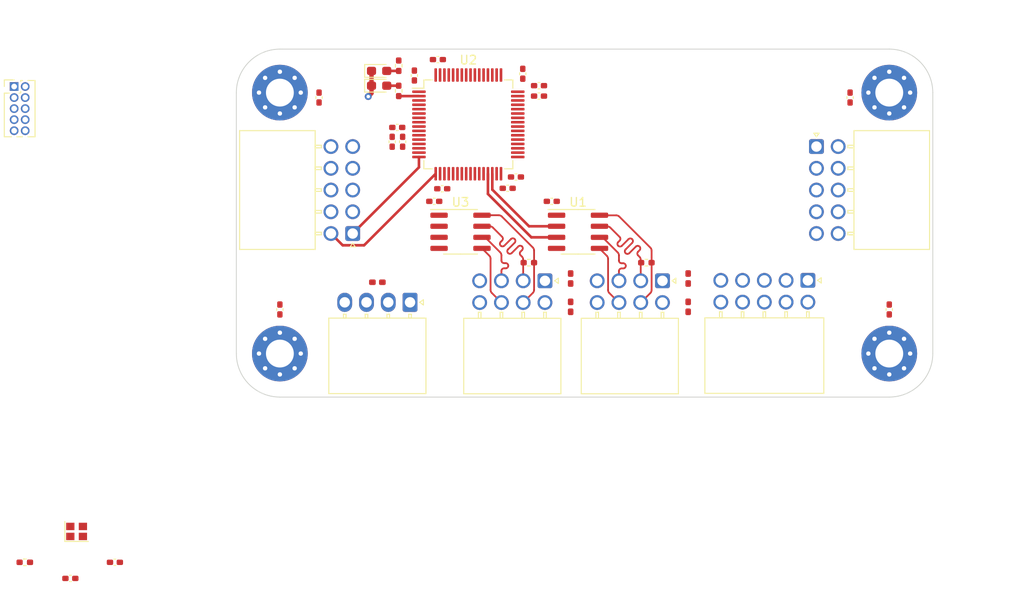
<source format=kicad_pcb>
(kicad_pcb (version 20211014) (generator pcbnew)
  (layers (0 "F.Cu" signal) (31 "B.Cu" signal) (34 "B.Paste" user) (35 "F.Paste" user) (36 "B.SilkS" user "B.Silkscreen") (37 "F.SilkS" user "F.Silkscreen") (38 "B.Mask" user) (39 "F.Mask" user) (44 "Edge.Cuts" user))
  (net 0 "")
  (net 1 "GND")
  (net 2 "Net-(C1-Pad2)")
  (net 3 "Net-(C2-Pad2)")
  (net 4 "3v3")
  (net 5 "/NRST")
  (net 6 "Net-(C13-Pad2)")
  (net 7 "Net-(C14-Pad2)")
  (net 8 "Net-(C16-Pad2)")
  (net 9 "Net-(C17-Pad2)")
  (net 10 "Net-(C18-Pad1)")
  (net 11 "Net-(C19-Pad1)")
  (net 12 "Net-(D1-Pad2)")
  (net 13 "Net-(D2-Pad2)")
  (net 14 "/SWDIO")
  (net 15 "/SWDCLK")
  (net 16 "/SWO")
  (net 19 "/GC_RX-")
  (net 20 "/GC_RX+")
  (net 21 "/GC_TX-")
  (net 22 "/GC_TX+")
  (net 23 "/USART2_TX")
  (net 24 "/USART2_RX")
  (net 25 "/GPS_~{RESET}")
  (net 26 "/RADIO_~{INT}")
  (net 27 "/RADIO_~{CS}")
  (net 28 "/RADIO_SDN")
  (net 29 "/SPI2_MISO")
  (net 30 "/SPI2_SCLK")
  (net 31 "/SPI2_MOSI")
  (net 32 "/PYRO1_ARM")
  (net 33 "/PYRO1_EN")
  (net 34 "/PYRO2_ARM")
  (net 35 "/PYRO2_EN")
  (net 36 "/PYRO3_ARM")
  (net 37 "/PYRO3_EN")
  (net 38 "/PYRO4_ARM")
  (net 39 "/PYRO4_EN")
  (net 40 "/I2C3_SCL")
  (net 41 "/I2C3_SDA")
  (net 42 "/BARO_~{CS}")
  (net 43 "/IMU_INT")
  (net 44 "/IMU_~{CS}")
  (net 45 "/IMU_SDN")
  (net 46 "/SPI1_MISO")
  (net 47 "/SPI1_SCLK")
  (net 48 "/SPI1_MOSI")
  (net 49 "/BB_RX-")
  (net 50 "/BB_RX+")
  (net 51 "/BB_TX-")
  (net 52 "/BB_TX+")
  (net 53 "Net-(R1-Pad2)")
  (net 54 "/LED")
  (net 55 "/USART3_TX")
  (net 56 "/USART3_RX")
  (net 75 "/UART4_RX")
  (net 76 "/UART4_TX")
  (footprint "Strix:Molex_Nano-Fit_105314-1108" (layer "F.Cu") (at 163.8 59.635 -90)
    (fp_text reference "J7" hide)
    (fp_text value "BLACKBOX")
    (pad "" np_thru_hole circle (at 9.68 0 270) (size 1.7 1.7) (drill 1.7) (layers *.Cu *.Mask))
    (pad "" np_thru_hole circle (at 9.68 7.5 270) (size 1.7 1.7) (drill 1.7) (layers *.Cu *.Mask))
    (pad "1" thru_hole roundrect (at 0 0 270) (size 1.7 1.7) (drill 1.2) (layers *.Cu *.Mask) (roundrect_rratio 0.147059) (net 4 "3v3"))
    (pad "2" thru_hole circle (at 2.5 0 270) (size 1.7 1.7) (drill 1.2) (layers *.Cu *.Mask) (net 4 "3v3"))
    (pad "3" thru_hole circle (at 0 2.5 270) (size 1.7 1.7) (drill 1.2) (layers *.Cu *.Mask) (net 49 "/BB_RX-"))
    (pad "4" thru_hole circle (at 2.5 2.5 270) (size 1.7 1.7) (drill 1.2) (layers *.Cu *.Mask) (net 50 "/BB_RX+"))
    (pad "5" thru_hole circle (at 0 5 270) (size 1.7 1.7) (drill 1.2) (layers *.Cu *.Mask) (net 51 "/BB_TX-"))
    (pad "6" thru_hole circle (at 2.5 5 270) (size 1.7 1.7) (drill 1.2) (layers *.Cu *.Mask) (net 52 "/BB_TX+"))
    (pad "7" thru_hole circle (at 0 7.5 270) (size 1.7 1.7) (drill 1.2) (layers *.Cu *.Mask) (net 1 "GND"))
    (pad "8" thru_hole circle (at 2.5 7.5 270) (size 1.7 1.7) (drill 1.2) (layers *.Cu *.Mask) (net 1 "GND"))
  )
  (footprint "Strix:R_0402" (layer "F.Cu") (at 161.95 57.55 180)
    (fp_text reference "R2" hide)
    (fp_text value "120")
    (pad "1" smd roundrect (at -0.5975 0 180) (size 0.715 0.64) (layers "F.Cu" "F.Paste" "F.Mask") (net 50 "/BB_RX+"))
    (pad "2" smd roundrect (at 0.5975 0 180) (size 0.715 0.64) (layers "F.Cu" "F.Paste" "F.Mask") (net 49 "/BB_RX-"))
  )
  (footprint "Strix:C_0402" (layer "F.Cu") (at 138 34.2 180)
    (fp_text reference "C8" hide)
    (fp_text value "100n")
    (pad "1" smd roundrect (at -0.5675 0 180) (size 0.735 0.62) (layers "F.Cu" "F.Paste" "F.Mask") (net 1 "GND"))
    (pad "2" smd roundrect (at 0.5675 0 180) (size 0.735 0.62) (layers "F.Cu" "F.Paste" "F.Mask") (net 4 "3v3"))
  )
  (footprint "Strix:D_0402" (layer "F.Cu") (at 166.75 59.3725 90)
    (fp_text reference "D6" hide)
    (fp_text value "D_ESD")
    (pad "1" smd roundrect (at -0.5725 0 90) (size 0.765 0.64) (layers "F.Cu" "F.Paste" "F.Mask") (net 1 "GND"))
    (pad "2" smd roundrect (at 0.5725 0 90) (size 0.765 0.64) (layers "F.Cu" "F.Paste" "F.Mask") (net 4 "3v3"))
  )
  (footprint "Strix:C_0402" (layer "F.Cu") (at 146.0175 49 180)
    (fp_text reference "C13" hide)
    (fp_text value "2u2")
    (pad "1" smd roundrect (at -0.5675 0 180) (size 0.735 0.62) (layers "F.Cu" "F.Paste" "F.Mask") (net 1 "GND"))
    (pad "2" smd roundrect (at 0.5675 0 180) (size 0.735 0.62) (layers "F.Cu" "F.Paste" "F.Mask") (net 6 "Net-(C13-Pad2)"))
  )
  (footprint "Strix:C_0402" (layer "F.Cu") (at 189.85 62.9325 90)
    (fp_text reference "C19" hide)
    (fp_text value "100n")
    (pad "1" smd roundrect (at -0.5675 0 90) (size 0.735 0.62) (layers "F.Cu" "F.Paste" "F.Mask") (net 11 "Net-(C19-Pad1)"))
    (pad "2" smd roundrect (at 0.5675 0 90) (size 0.735 0.62) (layers "F.Cu" "F.Paste" "F.Mask") (net 1 "GND"))
  )
  (footprint "Strix:C_0402" (layer "F.Cu") (at 149.6175 37.2 180)
    (fp_text reference "C9" hide)
    (fp_text value "4u7")
    (pad "1" smd roundrect (at -0.5675 0 180) (size 0.735 0.62) (layers "F.Cu" "F.Paste" "F.Mask") (net 1 "GND"))
    (pad "2" smd roundrect (at 0.5675 0 180) (size 0.735 0.62) (layers "F.Cu" "F.Paste" "F.Mask") (net 4 "3v3"))
  )
  (footprint "Strix:R_0402" (layer "F.Cu") (at 133.5 37.8025 -90)
    (fp_text reference "R4" hide)
    (fp_text value "100")
    (pad "1" smd roundrect (at -0.5975 0 270) (size 0.715 0.64) (layers "F.Cu" "F.Paste" "F.Mask") (net 12 "Net-(D1-Pad2)"))
    (pad "2" smd roundrect (at 0.5975 0 270) (size 0.715 0.64) (layers "F.Cu" "F.Paste" "F.Mask") (net 54 "/LED"))
  )
  (footprint "Strix:C_0402" (layer "F.Cu") (at 132.75 43.65 90)
    (fp_text reference "C11" hide)
    (fp_text value "1u")
    (pad "1" smd roundrect (at -0.5675 0 90) (size 0.735 0.62) (layers "F.Cu" "F.Paste" "F.Mask") (net 1 "GND"))
    (pad "2" smd roundrect (at 0.5675 0 90) (size 0.735 0.62) (layers "F.Cu" "F.Paste" "F.Mask") (net 4 "3v3"))
  )
  (footprint "Strix:C_0402" (layer "F.Cu") (at 137.5825 50.5)
    (fp_text reference "C3" hide)
    (fp_text value "0.1u")
    (pad "1" smd roundrect (at -0.5675 0) (size 0.735 0.62) (layers "F.Cu" "F.Paste" "F.Mask") (net 1 "GND"))
    (pad "2" smd roundrect (at 0.5675 0) (size 0.735 0.62) (layers "F.Cu" "F.Paste" "F.Mask") (net 4 "3v3"))
  )
  (footprint "Strix:R_0402" (layer "F.Cu") (at 90.55 92)
    (fp_text reference "R1" hide)
    (fp_text value "100")
    (pad "1" smd roundrect (at -0.5975 0) (size 0.715 0.64) (layers "F.Cu" "F.Paste" "F.Mask") (net 3 "Net-(C2-Pad2)"))
    (pad "2" smd roundrect (at 0.5975 0) (size 0.715 0.64) (layers "F.Cu" "F.Paste" "F.Mask") (net 53 "Net-(R1-Pad2)"))
  )
  (footprint "Strix:MAX14787E" (layer "F.Cu") (at 154.1 54)
    (fp_text reference "U1" (at 0 -3.4) (layer "F.SilkS"))
    (fp_text value "MAX14787E")
    (pad "1" smd roundrect locked (at -2.465 -1.905) (size 2 0.6) (layers "F.Cu" "F.Paste" "F.Mask") (net 4 "3v3"))
    (pad "2" smd roundrect locked (at -2.465 -0.635) (size 2 0.6) (layers "F.Cu" "F.Paste" "F.Mask") (net 56 "/USART3_RX"))
    (pad "3" smd roundrect locked (at -2.465 0.635) (size 2 0.6) (layers "F.Cu" "F.Paste" "F.Mask") (net 55 "/USART3_TX"))
    (pad "4" smd roundrect locked (at -2.465 1.905) (size 2 0.6) (layers "F.Cu" "F.Paste" "F.Mask") (net 1 "GND"))
    (pad "5" smd roundrect locked (at 2.465 1.905) (size 2 0.6) (layers "F.Cu" "F.Paste" "F.Mask") (net 52 "/BB_TX+"))
    (pad "6" smd roundrect locked (at 2.465 0.635) (size 2 0.6) (layers "F.Cu" "F.Paste" "F.Mask") (net 51 "/BB_TX-"))
    (pad "7" smd roundrect locked (at 2.465 -0.635) (size 2 0.6) (layers "F.Cu" "F.Paste" "F.Mask") (net 49 "/BB_RX-"))
    (pad "8" smd roundrect locked (at 2.465 -1.905) (size 2 0.6) (layers "F.Cu" "F.Paste" "F.Mask") (net 50 "/BB_RX+"))
  )
  (footprint "Strix:C_0402" (layer "F.Cu") (at 147.75 35.8325 -90)
    (fp_text reference "C7" hide)
    (fp_text value "100n")
    (pad "1" smd roundrect (at -0.5675 0 270) (size 0.735 0.62) (layers "F.Cu" "F.Paste" "F.Mask") (net 1 "GND"))
    (pad "2" smd roundrect (at 0.5675 0 270) (size 0.735 0.62) (layers "F.Cu" "F.Paste" "F.Mask") (net 4 "3v3"))
  )
  (footprint "Strix:LED_0603" (layer "F.Cu") (at 131.25 35.505)
    (fp_text reference "D2" hide)
    (fp_text value "RED")
    (pad "1" smd roundrect (at -0.875 0) (size 1.05 0.95) (layers "F.Cu" "F.Paste" "F.Mask") (net 1 "GND"))
    (pad "2" smd roundrect (at 0.875 0) (size 1.05 0.95) (layers "F.Cu" "F.Paste" "F.Mask") (net 13 "Net-(D2-Pad2)"))
  )
  (footprint "Strix:D_0402" (layer "F.Cu") (at 166.75 62.6275 -90)
    (fp_text reference "D7" hide)
    (fp_text value "D_ESD")
    (pad "1" smd roundrect (at -0.5725 0 270) (size 0.765 0.64) (layers "F.Cu" "F.Paste" "F.Mask") (net 1 "GND"))
    (pad "2" smd roundrect (at 0.5725 0 270) (size 0.765 0.64) (layers "F.Cu" "F.Paste" "F.Mask") (net 4 "3v3"))
  )
  (footprint "Strix:LED_0603" (layer "F.Cu") (at 131.25 37.205)
    (fp_text reference "D1" hide)
    (fp_text value "YLW")
    (pad "1" smd roundrect (at -0.875 0) (size 1.05 0.95) (layers "F.Cu" "F.Paste" "F.Mask") (net 1 "GND"))
    (pad "2" smd roundrect (at 0.875 0) (size 1.05 0.95) (layers "F.Cu" "F.Paste" "F.Mask") (net 12 "Net-(D1-Pad2)"))
  )
  (footprint "Strix:Molex_Nano-Fit_105314-1110" (layer "F.Cu") (at 181.485 44.2)
    (fp_text reference "J6" hide)
    (fp_text value "DATALOGGER")
    (pad "" np_thru_hole circle (at 9.68 10) (size 1.7 1.7) (drill 1.7) (layers *.Cu *.Mask))
    (pad "" np_thru_hole circle (at 9.68 0) (size 1.7 1.7) (drill 1.7) (layers *.Cu *.Mask))
    (pad "1" thru_hole roundrect (at 0 0) (size 1.7 1.7) (drill 1.2) (layers *.Cu *.Mask) (roundrect_rratio 0.147059) (net 40 "/I2C3_SCL"))
    (pad "2" thru_hole circle (at 2.5 0) (size 1.7 1.7) (drill 1.2) (layers *.Cu *.Mask) (net 41 "/I2C3_SDA"))
    (pad "3" thru_hole circle (at 0 2.5) (size 1.7 1.7) (drill 1.2) (layers *.Cu *.Mask) (net 42 "/BARO_~{CS}"))
    (pad "4" thru_hole circle (at 2.5 2.5) (size 1.7 1.7) (drill 1.2) (layers *.Cu *.Mask) (net 43 "/IMU_INT"))
    (pad "5" thru_hole circle (at 0 5) (size 1.7 1.7) (drill 1.2) (layers *.Cu *.Mask) (net 44 "/IMU_~{CS}"))
    (pad "6" thru_hole circle (at 2.5 5) (size 1.7 1.7) (drill 1.2) (layers *.Cu *.Mask) (net 45 "/IMU_SDN"))
    (pad "7" thru_hole circle (at 0 7.5) (size 1.7 1.7) (drill 1.2) (layers *.Cu *.Mask) (net 46 "/SPI1_MISO"))
    (pad "8" thru_hole circle (at 2.5 7.5) (size 1.7 1.7) (drill 1.2) (layers *.Cu *.Mask) (net 47 "/SPI1_SCLK"))
    (pad "9" thru_hole circle (at 0 10) (size 1.7 1.7) (drill 1.2) (layers *.Cu *.Mask) (net 1 "GND"))
    (pad "10" thru_hole circle (at 2.5 10) (size 1.7 1.7) (drill 1.2) (layers *.Cu *.Mask) (net 48 "/SPI1_MOSI"))
  )
  (footprint "Strix:D_0402" (layer "F.Cu") (at 153.25 62.6275 -90)
    (fp_text reference "D5" hide)
    (fp_text value "D_ESD")
    (pad "1" smd roundrect (at -0.5725 0 270) (size 0.765 0.64) (layers "F.Cu" "F.Paste" "F.Mask") (net 1 "GND"))
    (pad "2" smd roundrect (at 0.5725 0 270) (size 0.765 0.64) (layers "F.Cu" "F.Paste" "F.Mask") (net 4 "3v3"))
  )
  (footprint "Strix:C_0402" (layer "F.Cu") (at 124.35 38.5675 90)
    (fp_text reference "C16" hide)
    (fp_text value "100n")
    (pad "1" smd roundrect (at -0.5675 0 90) (size 0.735 0.62) (layers "F.Cu" "F.Paste" "F.Mask") (net 1 "GND"))
    (pad "2" smd roundrect (at 0.5675 0 90) (size 0.735 0.62) (layers "F.Cu" "F.Paste" "F.Mask") (net 8 "Net-(C16-Pad2)"))
  )
  (footprint "Strix:C_0402" (layer "F.Cu") (at 146.9675 47.7 180)
    (fp_text reference "C6" hide)
    (fp_text value "100n")
    (pad "1" smd roundrect (at -0.5675 0 180) (size 0.735 0.62) (layers "F.Cu" "F.Paste" "F.Mask") (net 1 "GND"))
    (pad "2" smd roundrect (at 0.5675 0 180) (size 0.735 0.62) (layers "F.Cu" "F.Paste" "F.Mask") (net 4 "3v3"))
  )
  (footprint "Strix:R_0402" (layer "F.Cu") (at 148.45 57.55 180)
    (fp_text reference "R3" hide)
    (fp_text value "120")
    (pad "1" smd roundrect (at -0.5975 0 180) (size 0.715 0.64) (layers "F.Cu" "F.Paste" "F.Mask") (net 20 "/GC_RX+"))
    (pad "2" smd roundrect (at 0.5975 0 180) (size 0.715 0.64) (layers "F.Cu" "F.Paste" "F.Mask") (net 19 "/GC_RX-"))
  )
  (footprint "Strix:C_0402" (layer "F.Cu") (at 135.3 36.0325 -90)
    (fp_text reference "C4" hide)
    (fp_text value "100n")
    (pad "1" smd roundrect (at -0.5675 0 270) (size 0.735 0.62) (layers "F.Cu" "F.Paste" "F.Mask") (net 1 "GND"))
    (pad "2" smd roundrect (at 0.5675 0 270) (size 0.735 0.62) (layers "F.Cu" "F.Paste" "F.Mask") (net 4 "3v3"))
  )
  (footprint "Strix:D_0402" (layer "F.Cu") (at 131.05 59.8)
    (fp_text reference "D4" hide)
    (fp_text value "D_ESD")
    (pad "1" smd roundrect (at -0.5725 0) (size 0.765 0.64) (layers "F.Cu" "F.Paste" "F.Mask") (net 1 "GND"))
    (pad "2" smd roundrect (at 0.5725 0) (size 0.765 0.64) (layers "F.Cu" "F.Paste" "F.Mask") (net 4 "3v3"))
  )
  (footprint "Strix:R_0402" (layer "F.Cu") (at 133.5 34.9075 90)
    (fp_text reference "R5" hide)
    (fp_text value "100")
    (pad "1" smd roundrect (at -0.5975 0 90) (size 0.715 0.64) (layers "F.Cu" "F.Paste" "F.Mask") (net 13 "Net-(D2-Pad2)"))
    (pad "2" smd roundrect (at 0.5975 0 90) (size 0.715 0.64) (layers "F.Cu" "F.Paste" "F.Mask") (net 4 "3v3"))
  )
  (footprint "Strix:C_0402" (layer "F.Cu") (at 133.3325 42)
    (fp_text reference "C10" hide)
    (fp_text value "100n")
    (pad "1" smd roundrect (at -0.5675 0) (size 0.735 0.62) (layers "F.Cu" "F.Paste" "F.Mask") (net 1 "GND"))
    (pad "2" smd roundrect (at 0.5675 0) (size 0.735 0.62) (layers "F.Cu" "F.Paste" "F.Mask") (net 5 "/NRST"))
  )
  (footprint "Strix:C_0402" (layer "F.Cu") (at 133.95 43.65 90)
    (fp_text reference "C12" hide)
    (fp_text value "100n")
    (pad "1" smd roundrect (at -0.5675 0 90) (size 0.735 0.62) (layers "F.Cu" "F.Paste" "F.Mask") (net 1 "GND"))
    (pad "2" smd roundrect (at 0.5675 0 90) (size 0.735 0.62) (layers "F.Cu" "F.Paste" "F.Mask") (net 4 "3v3"))
  )
  (footprint "Strix:MountingHole_Pad" (layer "F.Cu") (at 119.85 68)
    (fp_text reference "H2" hide)
    (fp_text value "MountingHole_Pad" hide)
    (pad "1" thru_hole circle (at 0 -2.4) (size 0.8 0.8) (drill 0.5) (layers *.Cu *.Mask) (net 9 "Net-(C17-Pad2)"))
    (pad "1" thru_hole circle (at 2.4 0) (size 0.8 0.8) (drill 0.5) (layers *.Cu *.Mask) (net 9 "Net-(C17-Pad2)"))
    (pad "1" thru_hole circle (at -1.697056 1.697056) (size 0.8 0.8) (drill 0.5) (layers *.Cu *.Mask) (net 9 "Net-(C17-Pad2)"))
    (pad "1" thru_hole circle (at 1.697056 1.697056) (size 0.8 0.8) (drill 0.5) (layers *.Cu *.Mask) (net 9 "Net-(C17-Pad2)"))
    (pad "1" thru_hole circle (at 1.697056 -1.697056) (size 0.8 0.8) (drill 0.5) (layers *.Cu *.Mask) (net 9 "Net-(C17-Pad2)"))
    (pad "1" thru_hole circle (at 0 0) (size 6.4 6.4) (drill 3.2) (layers *.Cu *.Mask) (net 9 "Net-(C17-Pad2)"))
    (pad "1" thru_hole circle (at 0 2.4) (size 0.8 0.8) (drill 0.5) (layers *.Cu *.Mask) (net 9 "Net-(C17-Pad2)"))
    (pad "1" thru_hole circle (at -1.697056 -1.697056) (size 0.8 0.8) (drill 0.5) (layers *.Cu *.Mask) (net 9 "Net-(C17-Pad2)"))
    (pad "1" thru_hole circle (at -2.4 0) (size 0.8 0.8) (drill 0.5) (layers *.Cu *.Mask) (net 9 "Net-(C17-Pad2)"))
  )
  (footprint "Strix:MountingHole_Pad" (layer "F.Cu") (at 189.85 38)
    (fp_text reference "H4" hide)
    (fp_text value "MountingHole_Pad" hide)
    (pad "1" thru_hole circle (at 0 -2.4) (size 0.8 0.8) (drill 0.5) (layers *.Cu *.Mask) (net 10 "Net-(C18-Pad1)"))
    (pad "1" thru_hole circle (at 0 2.4) (size 0.8 0.8) (drill 0.5) (layers *.Cu *.Mask) (net 10 "Net-(C18-Pad1)"))
    (pad "1" thru_hole circle (at 1.697056 -1.697056) (size 0.8 0.8) (drill 0.5) (layers *.Cu *.Mask) (net 10 "Net-(C18-Pad1)"))
    (pad "1" thru_hole circle (at -1.697056 -1.697056) (size 0.8 0.8) (drill 0.5) (layers *.Cu *.Mask) (net 10 "Net-(C18-Pad1)"))
    (pad "1" thru_hole circle (at 0 0) (size 6.4 6.4) (drill 3.2) (layers *.Cu *.Mask) (net 10 "Net-(C18-Pad1)"))
    (pad "1" thru_hole circle (at 1.697056 1.697056) (size 0.8 0.8) (drill 0.5) (layers *.Cu *.Mask) (net 10 "Net-(C18-Pad1)"))
    (pad "1" thru_hole circle (at -1.697056 1.697056) (size 0.8 0.8) (drill 0.5) (layers *.Cu *.Mask) (net 10 "Net-(C18-Pad1)"))
    (pad "1" thru_hole circle (at 2.4 0) (size 0.8 0.8) (drill 0.5) (layers *.Cu *.Mask) (net 10 "Net-(C18-Pad1)"))
    (pad "1" thru_hole circle (at -2.4 0) (size 0.8 0.8) (drill 0.5) (layers *.Cu *.Mask) (net 10 "Net-(C18-Pad1)"))
  )
  (footprint "Strix:C_0402" (layer "F.Cu") (at 119.849999 62.9325 -90)
    (fp_text reference "C17" hide)
    (fp_text value "100n")
    (pad "1" smd roundrect (at -0.5675 0 270) (size 0.735 0.62) (layers "F.Cu" "F.Paste" "F.Mask") (net 1 "GND"))
    (pad "2" smd roundrect (at 0.5675 0 270) (size 0.735 0.62) (layers "F.Cu" "F.Paste" "F.Mask") (net 9 "Net-(C17-Pad2)"))
  )
  (footprint "Strix:C_0402" (layer "F.Cu") (at 100.9 92)
    (fp_text reference "C2" hide)
    (fp_text value "10p")
    (pad "1" smd roundrect (at -0.5675 0) (size 0.735 0.62) (layers "F.Cu" "F.Paste" "F.Mask") (net 1 "GND"))
    (pad "2" smd roundrect (at 0.5675 0) (size 0.735 0.62) (layers "F.Cu" "F.Paste" "F.Mask") (net 3 "Net-(C2-Pad2)"))
  )
  (footprint "Strix:Header_SWD" (layer "F.Cu") (at 89.325 37.3)
    (fp_text reference "J1" hide)
    (fp_text value "SWD")
    (pad "1" thru_hole rect (at 0 0) (size 1 1) (drill 0.65) (layers *.Cu *.Mask) (net 4 "3v3"))
    (pad "2" thru_hole oval (at 1.27 0) (size 1 1) (drill 0.65) (layers *.Cu *.Mask) (net 14 "/SWDIO"))
    (pad "3" thru_hole oval (at 0 1.27) (size 1 1) (drill 0.65) (layers *.Cu *.Mask) (net 1 "GND"))
    (pad "4" thru_hole oval (at 1.27 1.27) (size 1 1) (drill 0.65) (layers *.Cu *.Mask) (net 15 "/SWDCLK"))
    (pad "5" thru_hole oval (at 0 2.54) (size 1 1) (drill 0.65) (layers *.Cu *.Mask) (net 1 "GND"))
    (pad "6" thru_hole oval (at 1.27 2.54) (size 1 1) (drill 0.65) (layers *.Cu *.Mask) (net 16 "/SWO"))
    (pad "7" thru_hole oval (at 0 3.81) (size 1 1) (drill 0.65) (layers *.Cu *.Mask))
    (pad "8" thru_hole oval (at 1.27 3.81) (size 1 1) (drill 0.65) (layers *.Cu *.Mask))
    (pad "9" thru_hole oval (at 0 5.08) (size 1 1) (drill 0.65) (layers *.Cu *.Mask) (net 1 "GND"))
    (pad "10" thru_hole oval (at 1.27 5.08) (size 1 1) (drill 0.65) (layers *.Cu *.Mask) (net 5 "/NRST"))
  )
  (footprint "Strix:Xtal_SMD_2016" (layer "F.Cu") (at 96.5 88.45)
    (fp_text reference "Y1" hide)
    (fp_text value "26M")
    (pad "1" smd rect (at -0.725 0.575) (size 0.95 0.85) (layers "F.Cu" "F.Paste" "F.Mask") (net 2 "Net-(C1-Pad2)"))
    (pad "2" smd rect (at 0.725 0.575) (size 0.95 0.85) (layers "F.Cu" "F.Paste" "F.Mask") (net 1 "GND"))
    (pad "3" smd rect (at 0.725 -0.575) (size 0.95 0.85) (layers "F.Cu" "F.Paste" "F.Mask") (net 3 "Net-(C2-Pad2)"))
    (pad "4" smd rect (at -0.725 -0.575) (size 0.95 0.85) (layers "F.Cu" "F.Paste" "F.Mask") (net 1 "GND"))
  )
  (footprint "Strix:Molex_Nano-Fit_105314-1110" (layer "F.Cu") (at 128.214999 54.2 180)
    (fp_text reference "J4" hide)
    (fp_text value "RADIO")
    (pad "" np_thru_hole circle (at 9.68 10 180) (size 1.7 1.7) (drill 1.7) (layers *.Cu *.Mask))
    (pad "" np_thru_hole circle (at 9.68 0 180) (size 1.7 1.7) (drill 1.7) (layers *.Cu *.Mask))
    (pad "1" thru_hole roundrect (at 0 0 180) (size 1.7 1.7) (drill 1.2) (layers *.Cu *.Mask) (roundrect_rratio 0.147059) (net 23 "/USART2_TX"))
    (pad "2" thru_hole circle (at 2.5 0 180) (size 1.7 1.7) (drill 1.2) (layers *.Cu *.Mask) (net 24 "/USART2_RX"))
    (pad "3" thru_hole circle (at 0 2.5 180) (size 1.7 1.7) (drill 1.2) (layers *.Cu *.Mask) (net 25 "/GPS_~{RESET}"))
    (pad "4" thru_hole circle (at 2.5 2.5 180) (size 1.7 1.7) (drill 1.2) (layers *.Cu *.Mask) (net 26 "/RADIO_~{INT}"))
    (pad "5" thru_hole circle (at 0 5 180) (size 1.7 1.7) (drill 1.2) (layers *.Cu *.Mask) (net 27 "/RADIO_~{CS}"))
    (pad "6" thru_hole circle (at 2.5 5 180) (size 1.7 1.7) (drill 1.2) (layers *.Cu *.Mask) (net 28 "/RADIO_SDN"))
    (pad "7" thru_hole circle (at 0 7.5 180) (size 1.7 1.7) (drill 1.2) (layers *.Cu *.Mask) (net 29 "/SPI2_MISO"))
    (pad "8" thru_hole circle (at 2.5 7.5 180) (size 1.7 1.7) (drill 1.2) (layers *.Cu *.Mask) (net 30 "/SPI2_SCLK"))
    (pad "9" thru_hole circle (at 0 10 180) (size 1.7 1.7) (drill 1.2) (layers *.Cu *.Mask) (net 1 "GND"))
    (pad "10" thru_hole circle (at 2.5 10 180) (size 1.7 1.7) (drill 1.2) (layers *.Cu *.Mask) (net 31 "/SPI2_MOSI"))
  )
  (footprint "Strix:MountingHole_Pad" (layer "F.Cu") (at 189.85 68)
    (fp_text reference "H3" hide)
    (fp_text value "MountingHole_Pad" hide)
    (pad "1" thru_hole circle (at -1.697056 -1.697056) (size 0.8 0.8) (drill 0.5) (layers *.Cu *.Mask) (net 11 "Net-(C19-Pad1)"))
    (pad "1" thru_hole circle (at -2.4 0) (size 0.8 0.8) (drill 0.5) (layers *.Cu *.Mask) (net 11 "Net-(C19-Pad1)"))
    (pad "1" thru_hole circle (at 0 0) (size 6.4 6.4) (drill 3.2) (layers *.Cu *.Mask) (net 11 "Net-(C19-Pad1)"))
    (pad "1" thru_hole circle (at 1.697056 1.697056) (size 0.8 0.8) (drill 0.5) (layers *.Cu *.Mask) (net 11 "Net-(C19-Pad1)"))
    (pad "1" thru_hole circle (at -1.697056 1.697056) (size 0.8 0.8) (drill 0.5) (layers *.Cu *.Mask) (net 11 "Net-(C19-Pad1)"))
    (pad "1" thru_hole circle (at 0 -2.4) (size 0.8 0.8) (drill 0.5) (layers *.Cu *.Mask) (net 11 "Net-(C19-Pad1)"))
    (pad "1" thru_hole circle (at 0 2.4) (size 0.8 0.8) (drill 0.5) (layers *.Cu *.Mask) (net 11 "Net-(C19-Pad1)"))
    (pad "1" thru_hole circle (at 2.4 0) (size 0.8 0.8) (drill 0.5) (layers *.Cu *.Mask) (net 11 "Net-(C19-Pad1)"))
    (pad "1" thru_hole circle (at 1.697056 -1.697056) (size 0.8 0.8) (drill 0.5) (layers *.Cu *.Mask) (net 11 "Net-(C19-Pad1)"))
  )
  (footprint "Strix:C_0402" (layer "F.Cu") (at 185.35 38.5675 -90)
    (fp_text reference "C18" hide)
    (fp_text value "100n")
    (pad "1" smd roundrect (at -0.5675 0 270) (size 0.735 0.62) (layers "F.Cu" "F.Paste" "F.Mask") (net 10 "Net-(C18-Pad1)"))
    (pad "2" smd roundrect (at 0.5675 0 270) (size 0.735 0.62) (layers "F.Cu" "F.Paste" "F.Mask") (net 1 "GND"))
  )
  (footprint "Strix:C_0402" (layer "F.Cu") (at 95.7825 93.85)
    (fp_text reference "C1" hide)
    (fp_text value "10p")
    (pad "1" smd roundrect (at -0.5675 0) (size 0.735 0.62) (layers "F.Cu" "F.Paste" "F.Mask") (net 1 "GND"))
    (pad "2" smd roundrect (at 0.5675 0) (size 0.735 0.62) (layers "F.Cu" "F.Paste" "F.Mask") (net 2 "Net-(C1-Pad2)"))
  )
  (footprint "Strix:MAX14787E" (layer "F.Cu") (at 140.6 54)
    (fp_text reference "U3" (at 0 -3.4) (layer "F.SilkS"))
    (fp_text value "MAX14787E")
    (pad "1" smd roundrect locked (at -2.465 -1.905) (size 2 0.6) (layers "F.Cu" "F.Paste" "F.Mask") (net 4 "3v3"))
    (pad "2" smd roundrect locked (at -2.465 -0.635) (size 2 0.6) (layers "F.Cu" "F.Paste" "F.Mask") (net 75 "/UART4_RX"))
    (pad "3" smd roundrect locked (at -2.465 0.635) (size 2 0.6) (layers "F.Cu" "F.Paste" "F.Mask") (net 76 "/UART4_TX"))
    (pad "4" smd roundrect locked (at -2.465 1.905) (size 2 0.6) (layers "F.Cu" "F.Paste" "F.Mask") (net 1 "GND"))
    (pad "5" smd roundrect locked (at 2.465 1.905) (size 2 0.6) (layers "F.Cu" "F.Paste" "F.Mask") (net 22 "/GC_TX+"))
    (pad "6" smd roundrect locked (at 2.465 0.635) (size 2 0.6) (layers "F.Cu" "F.Paste" "F.Mask") (net 21 "/GC_TX-"))
    (pad "7" smd roundrect locked (at 2.465 -0.635) (size 2 0.6) (layers "F.Cu" "F.Paste" "F.Mask") (net 19 "/GC_RX-"))
    (pad "8" smd roundrect locked (at 2.465 -1.905) (size 2 0.6) (layers "F.Cu" "F.Paste" "F.Mask") (net 20 "/GC_RX+"))
  )
  (footprint "Strix:STM32F405RGT6" (layer "F.Cu") (at 141.5 41.65)
    (fp_text reference "U2" (at 0 -7.4) (layer "F.SilkS"))
    (fp_text value "STM32F405RGT6")
    (pad "1" smd roundrect locked (at -5.675 -3.75) (size 1.55 0.3) (layers "F.Cu" "F.Paste" "F.Mask") (net 4 "3v3"))
    (pad "2" smd roundrect locked (at -5.675 -3.25) (size 1.55 0.3) (layers "F.Cu" "F.Paste" "F.Mask") (net 54 "/LED"))
    (pad "3" smd roundrect locked (at -5.675 -2.75) (size 1.55 0.3) (layers "F.Cu" "F.Paste" "F.Mask"))
    (pad "4" smd roundrect locked (at -5.675 -2.25) (size 1.55 0.3) (layers "F.Cu" "F.Paste" "F.Mask"))
    (pad "5" smd roundrect locked (at -5.675 -1.75) (size 1.55 0.3) (layers "F.Cu" "F.Paste" "F.Mask") (net 2 "Net-(C1-Pad2)"))
    (pad "6" smd roundrect locked (at -5.675 -1.25) (size 1.55 0.3) (layers "F.Cu" "F.Paste" "F.Mask") (net 53 "Net-(R1-Pad2)"))
    (pad "7" smd roundrect locked (at -5.675 -0.75) (size 1.55 0.3) (layers "F.Cu" "F.Paste" "F.Mask") (net 5 "/NRST"))
    (pad "8" smd roundrect locked (at -5.675 -0.25) (size 1.55 0.3) (layers "F.Cu" "F.Paste" "F.Mask"))
    (pad "9" smd roundrect locked (at -5.675 0.25) (size 1.55 0.3) (layers "F.Cu" "F.Paste" "F.Mask"))
    (pad "10" smd roundrect locked (at -5.675 0.75) (size 1.55 0.3) (layers "F.Cu" "F.Paste" "F.Mask"))
    (pad "11" smd roundrect locked (at -5.675 1.25) (size 1.55 0.3) (layers "F.Cu" "F.Paste" "F.Mask"))
    (pad "12" smd roundrect locked (at -5.675 1.75) (size 1.55 0.3) (layers "F.Cu" "F.Paste" "F.Mask") (net 1 "GND"))
    (pad "13" smd roundrect locked (at -5.675 2.25) (size 1.55 0.3) (layers "F.Cu" "F.Paste" "F.Mask") (net 4 "3v3"))
    (pad "14" smd roundrect locked (at -5.675 2.75) (size 1.55 0.3) (layers "F.Cu" "F.Paste" "F.Mask") (net 76 "/UART4_TX"))
    (pad "15" smd roundrect locked (at -5.675 3.25) (size 1.55 0.3) (layers "F.Cu" "F.Paste" "F.Mask") (net 75 "/UART4_RX"))
    (pad "16" smd roundrect locked (at -5.675 3.75) (size 1.55 0.3) (layers "F.Cu" "F.Paste" "F.Mask") (net 23 "/USART2_TX"))
    (pad "17" smd roundrect locked (at -3.75 5.675) (size 0.3 1.55) (layers "F.Cu" "F.Paste" "F.Mask") (net 24 "/USART2_RX"))
    (pad "18" smd roundrect locked (at -3.25 5.675) (size 0.3 1.55) (layers "F.Cu" "F.Paste" "F.Mask") (net 1 "GND"))
    (pad "19" smd roundrect locked (at -2.75 5.675) (size 0.3 1.55) (layers "F.Cu" "F.Paste" "F.Mask") (net 4 "3v3"))
    (pad "20" smd roundrect locked (at -2.25 5.675) (size 0.3 1.55) (layers "F.Cu" "F.Paste" "F.Mask") (net 42 "/BARO_~{CS}"))
    (pad "21" smd roundrect locked (at -1.75 5.675) (size 0.3 1.55) (layers "F.Cu" "F.Paste" "F.Mask") (net 47 "/SPI1_SCLK"))
    (pad "22" smd roundrect locked (at -1.25 5.675) (size 0.3 1.55) (layers "F.Cu" "F.Paste" "F.Mask") (net 46 "/SPI1_MISO"))
    (pad "23" smd roundrect locked (at -0.75 5.675) (size 0.3 1.55) (layers "F.Cu" "F.Paste" "F.Mask") (net 48 "/SPI1_MOSI"))
    (pad "24" smd roundrect locked (at -0.25 5.675) (size 0.3 1.55) (layers "F.Cu" "F.Paste" "F.Mask") (net 43 "/IMU_INT"))
    (pad "25" smd roundrect locked (at 0.25 5.675) (size 0.3 1.55) (layers "F.Cu" "F.Paste" "F.Mask") (net 25 "/GPS_~{RESET}"))
    (pad "26" smd roundrect locked (at 0.75 5.675) (size 0.3 1.55) (layers "F.Cu" "F.Paste" "F.Mask") (net 44 "/IMU_~{CS}"))
    (pad "27" smd roundrect locked (at 1.25 5.675) (size 0.3 1.55) (layers "F.Cu" "F.Paste" "F.Mask") (net 45 "/IMU_SDN"))
    (pad "28" smd roundrect locked (at 1.75 5.675) (size 0.3 1.55) (layers "F.Cu" "F.Paste" "F.Mask"))
    (pad "29" smd roundrect locked (at 2.25 5.675) (size 0.3 1.55) (layers "F.Cu" "F.Paste" "F.Mask") (net 55 "/USART3_TX"))
    (pad "30" smd roundrect locked (at 2.75 5.675) (size 0.3 1.55) (layers "F.Cu" "F.Paste" "F.Mask") (net 56 "/USART3_RX"))
    (pad "31" smd roundrect locked (at 3.25 5.675) (size 0.3 1.55) (layers "F.Cu" "F.Paste" "F.Mask") (net 6 "Net-(C13-Pad2)"))
    (pad "32" smd roundrect locked (at 3.75 5.675) (size 0.3 1.55) (layers "F.Cu" "F.Paste" "F.Mask") (net 4 "3v3"))
    (pad "33" smd roundrect locked (at 5.675 3.75) (size 1.55 0.3) (layers "F.Cu" "F.Paste" "F.Mask") (net 27 "/RADIO_~{CS}"))
    (pad "34" smd roundrect locked (at 5.675 3.25) (size 1.55 0.3) (layers "F.Cu" "F.Paste" "F.Mask") (net 30 "/SPI2_SCLK"))
    (pad "35" smd roundrect locked (at 5.675 2.75) (size 1.55 0.3) (layers "F.Cu" "F.Paste" "F.Mask") (net 29 "/SPI2_MISO"))
    (pad "36" smd roundrect locked (at 5.675 2.25) (size 1.55 0.3) (layers "F.Cu" "F.Paste" "F.Mask") (net 31 "/SPI2_MOSI"))
    (pad "37" smd roundrect locked (at 5.675 1.75) (size 1.55 0.3) (layers "F.Cu" "F.Paste" "F.Mask") (net 26 "/RADIO_~{INT}"))
    (pad "38" smd roundrect locked (at 5.675 1.25) (size 1.55 0.3) (layers "F.Cu" "F.Paste" "F.Mask") (net 28 "/RADIO_SDN"))
    (pad "39" smd roundrect locked (at 5.675 0.75) (size 1.55 0.3) (layers "F.Cu" "F.Paste" "F.Mask"))
    (pad "40" smd roundrect locked (at 5.675 0.25) (size 1.55 0.3) (layers "F.Cu" "F.Paste" "F.Mask") (net 41 "/I2C3_SDA"))
    (pad "41" smd roundrect locked (at 5.675 -0.25) (size 1.55 0.3) (layers "F.Cu" "F.Paste" "F.Mask") (net 40 "/I2C3_SCL"))
    (pad "42" smd roundrect locked (at 5.675 -0.75) (size 1.55 0.3) (layers "F.Cu" "F.Paste" "F.Mask"))
    (pad "43" smd roundrect locked (at 5.675 -1.25) (size 1.55 0.3) (layers "F.Cu" "F.Paste" "F.Mask"))
    (pad "44" smd roundrect locked (at 5.675 -1.75) (size 1.55 0.3) (layers "F.Cu" "F.Paste" "F.Mask"))
    (pad "45" smd roundrect locked (at 5.675 -2.25) (size 1.55 0.3) (layers "F.Cu" "F.Paste" "F.Mask"))
    (pad "46" smd roundrect locked (at 5.675 -2.75) (size 1.55 0.3) (layers "F.Cu" "F.Paste" "F.Mask") (net 14 "/SWDIO"))
    (pad "47" smd roundrect locked (at 5.675 -3.25) (size 1.55 0.3) (layers "F.Cu" "F.Paste" "F.Mask") (net 7 "Net-(C14-Pad2)"))
    (pad "48" smd roundrect locked (at 5.675 -3.75) (size 1.55 0.3) (layers "F.Cu" "F.Paste" "F.Mask") (net 4 "3v3"))
    (pad "49" smd roundrect locked (at 3.75 -5.675) (size 0.3 1.55) (layers "F.Cu" "F.Paste" "F.Mask") (net 15 "/SWDCLK"))
    (pad "50" smd roundrect locked (at 3.25 -5.675) (size 0.3 1.55) (layers "F.Cu" "F.Paste" "F.Mask"))
    (pad "51" smd roundrect locked (at 2.75 -5.675) (size 0.3 1.55) (layers "F.Cu" "F.Paste" "F.Mask"))
    (pad "52" smd roundrect locked (at 2.25 -5.675) (size 0.3 1.55) (layers "F.Cu" "F.Paste" "F.Mask"))
    (pad "53" smd roundrect locked (at 1.75 -5.675) (size 0.3 1.55) (layers "F.Cu" "F.Paste" "F.Mask"))
    (pad "54" smd roundrect locked (at 1.25 -5.675) (size 0.3 1.55) (layers "F.Cu" "F.Paste" "F.Mask"))
    (pad "55" smd roundrect locked (at 0.75 -5.675) (size 0.3 1.55) (layers "F.Cu" "F.Paste" "F.Mask") (net 16 "/SWO"))
    (pad "56" smd roundrect locked (at 0.25 -5.675) (size 0.3 1.55) (layers "F.Cu" "F.Paste" "F.Mask"))
    (pad "57" smd roundrect locked (at -0.25 -5.675) (size 0.3 1.55) (layers "F.Cu" "F.Paste" "F.Mask"))
    (pad "58" smd roundrect locked (at -0.75 -5.675) (size 0.3 1.55) (layers "F.Cu" "F.Paste" "F.Mask"))
    (pad "59" smd roundrect locked (at -1.25 -5.675) (size 0.3 1.55) (layers "F.Cu" "F.Paste" "F.Mask"))
    (pad "60" smd roundrect locked (at -1.75 -5.675) (size 0.3 1.55) (layers "F.Cu" "F.Paste" "F.Mask") (net 1 "GND"))
    (pad "61" smd roundrect locked (at -2.25 -5.675) (size 0.3 1.55) (layers "F.Cu" "F.Paste" "F.Mask"))
    (pad "62" smd roundrect locked (at -2.75 -5.675) (size 0.3 1.55) (layers "F.Cu" "F.Paste" "F.Mask"))
    (pad "63" smd roundrect locked (at -3.25 -5.675) (size 0.3 1.55) (layers "F.Cu" "F.Paste" "F.Mask") (net 1 "GND"))
    (pad "64" smd roundrect locked (at -3.75 -5.675) (size 0.3 1.55) (layers "F.Cu" "F.Paste" "F.Mask") (net 4 "3v3"))
  )
  (footprint "Strix:Molex_Nano-Fit_105314-1108" (layer "F.Cu") (at 150.3 59.635 -90)
    (fp_text reference "J3" hide)
    (fp_text value "GND CTRL")
    (pad "" np_thru_hole circle (at 9.68 0 270) (size 1.7 1.7) (drill 1.7) (layers *.Cu *.Mask))
    (pad "" np_thru_hole circle (at 9.68 7.5 270) (size 1.7 1.7) (drill 1.7) (layers *.Cu *.Mask))
    (pad "1" thru_hole roundrect (at 0 0 270) (size 1.7 1.7) (drill 1.2) (layers *.Cu *.Mask) (roundrect_rratio 0.147059) (net 4 "3v3"))
    (pad "2" thru_hole circle (at 2.5 0 270) (size 1.7 1.7) (drill 1.2) (layers *.Cu *.Mask) (net 4 "3v3"))
    (pad "3" thru_hole circle (at 0 2.5 270) (size 1.7 1.7) (drill 1.2) (layers *.Cu *.Mask) (net 19 "/GC_RX-"))
    (pad "4" thru_hole circle (at 2.5 2.5 270) (size 1.7 1.7) (drill 1.2) (layers *.Cu *.Mask) (net 20 "/GC_RX+"))
    (pad "5" thru_hole circle (at 0 5 270) (size 1.7 1.7) (drill 1.2) (layers *.Cu *.Mask) (net 21 "/GC_TX-"))
    (pad "6" thru_hole circle (at 2.5 5 270) (size 1.7 1.7) (drill 1.2) (layers *.Cu *.Mask) (net 22 "/GC_TX+"))
    (pad "7" thru_hole circle (at 0 7.5 270) (size 1.7 1.7) (drill 1.2) (layers *.Cu *.Mask) (net 1 "GND"))
    (pad "8" thru_hole circle (at 2.5 7.5 270) (size 1.7 1.7) (drill 1.2) (layers *.Cu *.Mask) (net 1 "GND"))
  )
  (footprint "Strix:C_0402" (layer "F.Cu") (at 151.0825 50.5)
    (fp_text reference "C15" hide)
    (fp_text value "0.1u")
    (pad "1" smd roundrect (at -0.5675 0) (size 0.735 0.62) (layers "F.Cu" "F.Paste" "F.Mask") (net 1 "GND"))
    (pad "2" smd roundrect (at 0.5675 0) (size 0.735 0.62) (layers "F.Cu" "F.Paste" "F.Mask") (net 4 "3v3"))
  )
  (footprint "Strix:D_0402" (layer "F.Cu") (at 153.25 59.3725 90)
    (fp_text reference "D3" hide)
    (fp_text value "D_ESD")
    (pad "1" smd roundrect (at -0.5725 0 90) (size 0.765 0.64) (layers "F.Cu" "F.Paste" "F.Mask") (net 1 "GND"))
    (pad "2" smd roundrect (at 0.5725 0 90) (size 0.765 0.64) (layers "F.Cu" "F.Paste" "F.Mask") (net 4 "3v3"))
  )
  (footprint "Strix:C_0402" (layer "F.Cu") (at 138.5 49.05)
    (fp_text reference "C5" hide)
    (fp_text value "100n")
    (pad "1" smd roundrect (at -0.5675 0) (size 0.735 0.62) (layers "F.Cu" "F.Paste" "F.Mask") (net 1 "GND"))
    (pad "2" smd roundrect (at 0.5675 0) (size 0.735 0.62) (layers "F.Cu" "F.Paste" "F.Mask") (net 4 "3v3"))
  )
  (footprint "Strix:Molex_Nano-Fit_105313-1104" (layer "F.Cu") (at 134.8 62.11 -90)
    (fp_text reference "J2" hide)
    (fp_text value "PWR")
    (pad "" np_thru_hole circle (at 7.18 7.5 270) (size 1.7 1.7) (drill 1.7) (layers *.Cu *.Mask))
    (pad "" np_thru_hole circle (at 7.18 0 270) (size 1.7 1.7) (drill 1.7) (layers *.Cu *.Mask))
    (pad "1" thru_hole roundrect (at 0 0 270) (size 2.2 1.7) (drill 1.2) (layers *.Cu *.Mask) (roundrect_rratio 0.147059) (net 4 "3v3"))
    (pad "2" thru_hole oval (at 0 2.5 270) (size 2.2 1.7) (drill 1.2) (layers *.Cu *.Mask) (net 4 "3v3"))
    (pad "3" thru_hole oval (at 0 5 270) (size 2.2 1.7) (drill 1.2) (layers *.Cu *.Mask) (net 1 "GND"))
    (pad "4" thru_hole oval (at 0 7.5 270) (size 2.2 1.7) (drill 1.2) (layers *.Cu *.Mask) (net 1 "GND"))
  )
  (footprint "Strix:MountingHole_Pad" (layer "F.Cu") (at 119.85 38)
    (fp_text reference "H1" hide)
    (fp_text value "MountingHole_Pad" hide)
    (pad "1" thru_hole circle (at -1.697056 1.697056) (size 0.8 0.8) (drill 0.5) (layers *.Cu *.Mask) (net 8 "Net-(C16-Pad2)"))
    (pad "1" thru_hole circle (at 2.4 0) (size 0.8 0.8) (drill 0.5) (layers *.Cu *.Mask) (net 8 "Net-(C16-Pad2)"))
    (pad "1" thru_hole circle (at 0 0) (size 6.4 6.4) (drill 3.2) (layers *.Cu *.Mask) (net 8 "Net-(C16-Pad2)"))
    (pad "1" thru_hole circle (at 1.697056 -1.697056) (size 0.8 0.8) (drill 0.5) (layers *.Cu *.Mask) (net 8 "Net-(C16-Pad2)"))
    (pad "1" thru_hole circle (at 0 2.4) (size 0.8 0.8) (drill 0.5) (layers *.Cu *.Mask) (net 8 "Net-(C16-Pad2)"))
    (pad "1" thru_hole circle (at 0 -2.4) (size 0.8 0.8) (drill 0.5) (layers *.Cu *.Mask) (net 8 "Net-(C16-Pad2)"))
    (pad "1" thru_hole circle (at 1.697056 1.697056) (size 0.8 0.8) (drill 0.5) (layers *.Cu *.Mask) (net 8 "Net-(C16-Pad2)"))
    (pad "1" thru_hole circle (at -1.697056 -1.697056) (size 0.8 0.8) (drill 0.5) (layers *.Cu *.Mask) (net 8 "Net-(C16-Pad2)"))
    (pad "1" thru_hole circle (at -2.4 0) (size 0.8 0.8) (drill 0.5) (layers *.Cu *.Mask) (net 8 "Net-(C16-Pad2)"))
  )
  (footprint "Strix:C_0402" (layer "F.Cu") (at 149.6175 38.4 180)
    (fp_text reference "C14" hide)
    (fp_text value "2u2")
    (pad "1" smd roundrect (at -0.5675 0 180) (size 0.735 0.62) (layers "F.Cu" "F.Paste" "F.Mask") (net 1 "GND"))
    (pad "2" smd roundrect (at 0.5675 0 180) (size 0.735 0.62) (layers "F.Cu" "F.Paste" "F.Mask") (net 7 "Net-(C14-Pad2)"))
  )
  (footprint "Strix:Molex_Nano-Fit_105314-1110" (layer "F.Cu") (at 180.5 59.585 -90)
    (fp_text reference "J5" hide)
    (fp_text value "PYRO")
    (pad "" np_thru_hole circle (at 9.68 0 270) (size 1.7 1.7) (drill 1.7) (layers *.Cu *.Mask))
    (pad "" np_thru_hole circle (at 9.68 10 270) (size 1.7 1.7) (drill 1.7) (layers *.Cu *.Mask))
    (pad "1" thru_hole roundrect (at 0 0 270) (size 1.7 1.7) (drill 1.2) (layers *.Cu *.Mask) (roundrect_rratio 0.147059) (net 32 "/PYRO1_ARM"))
    (pad "2" thru_hole circle (at 2.5 0 270) (size 1.7 1.7) (drill 1.2) (layers *.Cu *.Mask) (net 33 "/PYRO1_EN"))
    (pad "3" thru_hole circle (at 0 2.5 270) (size 1.7 1.7) (drill 1.2) (layers *.Cu *.Mask) (net 34 "/PYRO2_ARM"))
    (pad "4" thru_hole circle (at 2.5 2.5 270) (size 1.7 1.7) (drill 1.2) (layers *.Cu *.Mask) (net 35 "/PYRO2_EN"))
    (pad "5" thru_hole circle (at 0 5 270) (size 1.7 1.7) (drill 1.2) (layers *.Cu *.Mask) (net 36 "/PYRO3_ARM"))
    (pad "6" thru_hole circle (at 2.5 5 270) (size 1.7 1.7) (drill 1.2) (layers *.Cu *.Mask) (net 37 "/PYRO3_EN"))
    (pad "7" thru_hole circle (at 0 7.5 270) (size 1.7 1.7) (drill 1.2) (layers *.Cu *.Mask) (net 38 "/PYRO4_ARM"))
    (pad "8" thru_hole circle (at 2.5 7.5 270) (size 1.7 1.7) (drill 1.2) (layers *.Cu *.Mask) (net 39 "/PYRO4_EN"))
    (pad "9" thru_hole circle (at 0 10 270) (size 1.7 1.7) (drill 1.2) (layers *.Cu *.Mask) (net 1 "GND"))
    (pad "10" thru_hole circle (at 2.5 10 270) (size 1.7 1.7) (drill 1.2) (layers *.Cu *.Mask) (net 1 "GND"))
  )
  (gr_line (start 194.85 38) (end 194.85 68) (layer "Edge.Cuts") (width 0.1))
  (gr_arc (start 114.85 38) (mid 116.314466 34.464466) (end 119.85 33) (layer "Edge.Cuts") (width 0.1))
  (gr_line (start 114.85 68) (end 114.85 38) (layer "Edge.Cuts") (width 0.1))
  (gr_line (start 119.85 33) (end 189.85 33) (layer "Edge.Cuts") (width 0.1))
  (gr_arc (start 119.85 73) (mid 116.314466 71.535534) (end 114.85 68) (layer "Edge.Cuts") (width 0.1))
  (gr_arc (start 189.85 33) (mid 193.385534 34.464466) (end 194.85 38) (layer "Edge.Cuts") (width 0.1))
  (gr_line (start 189.85 73) (end 119.85 73) (layer "Edge.Cuts") (width 0.1))
  (gr_arc (start 194.85 68) (mid 193.385534 71.535534) (end 189.85 73) (layer "Edge.Cuts") (width 0.1))
  (segment (start 130.375 37.205) (end 130.375 38.075) (width 0.5) (layer "F.Cu") (net 1))
  (segment (start 130.375 37.205) (end 130.375 35.505) (width 0.5) (layer "F.Cu") (net 1))
  (segment (start 130.375 38.075) (end 130 38.45) (width 0.5) (layer "F.Cu") (net 1))
  (via (at 130 38.45) (size 0.8) (drill 0.4) (layers "F.Cu" "B.Cu") (net 1))
  (segment (start 133.5 37.205) (end 132.125 37.205) (width 0.3) (layer "F.Cu") (net 12))
  (segment (start 133.5 35.505) (end 132.125 35.505) (width 0.3) (layer "F.Cu") (net 13))
  (segment (start 147.499999 56.275735) (end 147.5 56.275735) (width 0.2) (layer "F.Cu") (net 19))
  (segment (start 146.392988 54.837151) (end 146.392988 54.837152) (width 0.2) (layer "F.Cu") (net 19))
  (segment (start 145.212886 55.168722) (end 145.378671 55.002934) (width 0.2) (layer "F.Cu") (net 19))
  (segment (start 146.061419 56.017255) (end 146.817253 55.261416) (width 0.2) (layer "F.Cu") (net 19))
  (segment (start 147.241521 55.685683) (end 147.241521 55.685684) (width 0.2) (layer "F.Cu") (net 19))
  (segment (start 143.957893 53.365) (end 143.065 53.365) (width 0.2) (layer "F.Cu") (net 19))
  (segment (start 145.212884 55.168721) (end 145.212886 55.168722) (width 0.2) (layer "F.Cu") (net 19))
  (segment (start 147.8 59.635) (end 147.8 57.207107) (width 0.2) (layer "F.Cu") (net 19))
  (segment (start 147.241521 55.685684) (end 146.485682 56.441519) (width 0.2) (layer "F.Cu") (net 19))
  (segment (start 145.378671 54.57867) (end 144.311446 53.511446) (width 0.2) (layer "F.Cu") (net 19))
  (segment (start 146.392988 54.837152) (end 145.637149 55.592986) (width 0.2) (layer "F.Cu") (net 19))
  (segment (start 146.061417 56.017254) (end 146.061419 56.017255) (width 0.2) (layer "F.Cu") (net 19))
  (segment (start 147.653553 56.853553) (end 147.5 56.7) (width 0.2) (layer "F.Cu") (net 19))
  (segment (start 147.5 56.275735) (end 147.665786 56.109948) (width 0.2) (layer "F.Cu") (net 19))
  (arc (start 146.817253 55.261416) (mid 146.905121 55.049284) (end 146.817253 54.837152) (width 0.2) (layer "F.Cu") (net 19))
  (arc (start 145.212885 55.592986) (mid 145.125017 55.380855) (end 145.212884 55.168721) (width 0.2) (layer "F.Cu") (net 19))
  (arc (start 146.061418 56.441519) (mid 145.97355 56.229388) (end 146.061417 56.017254) (width 0.2) (layer "F.Cu") (net 19))
  (arc (start 145.378671 55.002934) (mid 145.466539 54.790802) (end 145.378671 54.57867) (width 0.2) (layer "F.Cu") (net 19))
  (arc (start 146.817253 54.837152) (mid 146.605121 54.749283) (end 146.392988 54.837151) (width 0.2) (layer "F.Cu") (net 19))
  (arc (start 147.665786 55.685684) (mid 147.453654 55.597815) (end 147.241521 55.685683) (width 0.2) (layer "F.Cu") (net 19))
  (arc (start 145.637149 55.592986) (mid 145.425017 55.680854) (end 145.212885 55.592986) (width 0.2) (layer "F.Cu") (net 19))
  (arc (start 147.8 57.207107) (mid 147.76194 57.015765) (end 147.653553 56.853553) (width 0.2) (layer "F.Cu") (net 19))
  (arc (start 146.485682 56.441519) (mid 146.27355 56.529387) (end 146.061418 56.441519) (width 0.2) (layer "F.Cu") (net 19))
  (arc (start 147.665786 56.109948) (mid 147.753654 55.897816) (end 147.665786 55.685684) (width 0.2) (layer "F.Cu") (net 19))
  (arc (start 144.311446 53.511446) (mid 144.149234 53.40306) (end 143.957893 53.365) (width 0.2) (layer "F.Cu") (net 19))
  (arc (start 147.5 56.7) (mid 147.412131 56.487868) (end 147.499999 56.275735) (width 0.2) (layer "F.Cu") (net 19))
  (segment (start 149.05 56.157107) (end 149.05 60.677893) (width 0.2) (layer "F.Cu") (net 20))
  (segment (start 148.903553 61.031447) (end 147.8 62.135) (width 0.2) (layer "F.Cu") (net 20))
  (segment (start 143.065 52.095) (end 144.987893 52.095) (width 0.2) (layer "F.Cu") (net 20))
  (segment (start 145.341447 52.241447) (end 148.903554 55.803554) (width 0.2) (layer "F.Cu") (net 20))
  (arc (start 149.05 60.677893) (mid 149.01194 60.869235) (end 148.903553 61.031447) (width 0.2) (layer "F.Cu") (net 20))
  (arc (start 149.05 56.157107) (mid 149.01194 55.965766) (end 148.903554 55.803554) (width 0.2) (layer "F.Cu") (net 20))
  (arc (start 145.341447 52.241447) (mid 145.179235 52.13306) (end 144.987893 52.095) (width 0.2) (layer "F.Cu") (net 20))
  (segment (start 143.224289 54.635) (end 143.065 54.635) (width 0.2) (layer "F.Cu") (net 21))
  (segment (start 145.6 58.2) (end 145.784374 58.2) (width 0.2) (layer "F.Cu") (net 21))
  (segment (start 145.784374 57.6) (end 145.6 57.6) (width 0.2) (layer "F.Cu") (net 21))
  (segment (start 145.153553 56.357157) (end 143.577842 54.781446) (width 0.2) (layer "F.Cu") (net 21))
  (segment (start 145.3 59.635) (end 145.3 58.5) (width 0.2) (layer "F.Cu") (net 21))
  (segment (start 145.3 57.3) (end 145.3 57.25) (width 0.2) (layer "F.Cu") (net 21))
  (segment (start 145.3 57.25) (end 145.3 56.710711) (width 0.2) (layer "F.Cu") (net 21))
  (arc (start 145.6 57.6) (mid 145.387868 57.512132) (end 145.3 57.3) (width 0.2) (layer "F.Cu") (net 21))
  (arc (start 145.3 56.710711) (mid 145.26194 56.519369) (end 145.153553 56.357157) (width 0.2) (layer "F.Cu") (net 21))
  (arc (start 145.3 58.5) (mid 145.387868 58.287868) (end 145.6 58.2) (width 0.2) (layer "F.Cu") (net 21))
  (arc (start 146.084374 57.9) (mid 145.996506 57.687868) (end 145.784374 57.6) (width 0.2) (layer "F.Cu") (net 21))
  (arc (start 143.577842 54.781446) (mid 143.41563 54.67306) (end 143.224289 54.635) (width 0.2) (layer "F.Cu") (net 21))
  (arc (start 145.784374 58.2) (mid 145.996506 58.112132) (end 146.084374 57.9) (width 0.2) (layer "F.Cu") (net 21))
  (segment (start 144.196447 61.031447) (end 145.3 62.135) (width 0.2) (layer "F.Cu") (net 22))
  (segment (start 143.065 55.905) (end 143.903554 56.743554) (width 0.2) (layer "F.Cu") (net 22))
  (segment (start 144.05 57.097107) (end 144.05 60.677893) (width 0.2) (layer "F.Cu") (net 22))
  (arc (start 144.05 60.677893) (mid 144.08806 60.869235) (end 144.196447 61.031447) (width 0.2) (layer "F.Cu") (net 22))
  (arc (start 144.05 57.097107) (mid 144.01194 56.905766) (end 143.903554 56.743554) (width 0.2) (layer "F.Cu") (net 22))
  (segment (start 128.214999 54.2) (end 135.825 46.589999) (width 0.3) (layer "F.Cu") (net 23))
  (segment (start 135.825 46.589999) (end 135.825 45.4) (width 0.3) (layer "F.Cu") (net 23))
  (segment (start 129.525 55.55) (end 137.75 47.325) (width 0.3) (layer "F.Cu") (net 24))
  (segment (start 127.064999 55.55) (end 129.525 55.55) (width 0.3) (layer "F.Cu") (net 24))
  (segment (start 125.714999 54.2) (end 127.064999 55.55) (width 0.3) (layer "F.Cu") (net 24))
  (segment (start 159.892988 54.852152) (end 159.137149 55.607986) (width 0.2) (layer "F.Cu") (net 49))
  (segment (start 160.741521 55.700684) (end 159.985682 56.456519) (width 0.2) (layer "F.Cu") (net 49))
  (segment (start 160.999999 56.290735) (end 161 56.290735) (width 0.2) (layer "F.Cu") (net 49))
  (segment (start 157.457893 53.38) (end 156.565 53.38) (width 0.2) (layer "F.Cu") (net 49))
  (segment (start 161 56.290735) (end 161.165786 56.124948) (width 0.2) (layer "F.Cu") (net 49))
  (segment (start 158.712884 55.183721) (end 158.712886 55.183722) (width 0.2) (layer "F.Cu") (net 49))
  (segment (start 161.3 59.65) (end 161.3 57.222107) (width 0.2) (layer "F.Cu") (net 49))
  (segment (start 158.878671 54.59367) (end 157.811446 53.526446) (width 0.2) (layer "F.Cu") (net 49))
  (segment (start 161.153553 56.868553) (end 161 56.715) (width 0.2) (layer "F.Cu") (net 49))
  (segment (start 160.741521 55.700683) (end 160.741521 55.700684) (width 0.2) (layer "F.Cu") (net 49))
  (segment (start 159.561417 56.032254) (end 159.561419 56.032255) (width 0.2) (layer "F.Cu") (net 49))
  (segment (start 158.712886 55.183722) (end 158.878671 55.017934) (width 0.2) (layer "F.Cu") (net 49))
  (segment (start 159.561419 56.032255) (end 160.317253 55.276416) (width 0.2) (layer "F.Cu") (net 49))
  (segment (start 159.892988 54.852151) (end 159.892988 54.852152) (width 0.2) (layer "F.Cu") (net 49))
  (arc (start 161.3 57.222107) (mid 161.26194 57.030765) (end 161.153553 56.868553) (width 0.2) (layer "F.Cu") (net 49))
  (arc (start 157.811446 53.526446) (mid 157.649234 53.41806) (end 157.457893 53.38) (width 0.2) (layer "F.Cu") (net 49))
  (arc (start 161.165786 56.124948) (mid 161.253654 55.912816) (end 161.165786 55.700684) (width 0.2) (layer "F.Cu") (net 49))
  (arc (start 159.985682 56.456519) (mid 159.77355 56.544387) (end 159.561418 56.456519) (width 0.2) (layer "F.Cu") (net 49))
  (arc (start 158.712885 55.607986) (mid 158.625017 55.395855) (end 158.712884 55.183721) (width 0.2) (layer "F.Cu") (net 49))
  (arc (start 160.317253 54.852152) (mid 160.105121 54.764283) (end 159.892988 54.852151) (width 0.2) (layer "F.Cu") (net 49))
  (arc (start 159.137149 55.607986) (mid 158.925017 55.695854) (end 158.712885 55.607986) (width 0.2) (layer "F.Cu") (net 49))
  (arc (start 161.165786 55.700684) (mid 160.953654 55.612815) (end 160.741521 55.700683) (width 0.2) (layer "F.Cu") (net 49))
  (arc (start 161 56.715) (mid 160.912131 56.502868) (end 160.999999 56.290735) (width 0.2) (layer "F.Cu") (net 49))
  (arc (start 159.561418 56.456519) (mid 159.47355 56.244388) (end 159.561417 56.032254) (width 0.2) (layer "F.Cu") (net 49))
  (arc (start 160.317253 55.276416) (mid 160.405121 55.064284) (end 160.317253 54.852152) (width 0.2) (layer "F.Cu") (net 49))
  (arc (start 158.878671 55.017934) (mid 158.966539 54.805802) (end 158.878671 54.59367) (width 0.2) (layer "F.Cu") (net 49))
  (segment (start 158.841447 52.256447) (end 162.403554 55.818554) (width 0.2) (layer "F.Cu") (net 50))
  (segment (start 162.55 56.172107) (end 162.55 60.692893) (width 0.2) (layer "F.Cu") (net 50))
  (segment (start 162.403553 61.046447) (end 161.3 62.15) (width 0.2) (layer "F.Cu") (net 50))
  (segment (start 156.565 52.11) (end 158.487893 52.11) (width 0.2) (layer "F.Cu") (net 50))
  (arc (start 162.55 56.172107) (mid 162.51194 55.980766) (end 162.403554 55.818554) (width 0.2) (layer "F.Cu") (net 50))
  (arc (start 162.55 60.692893) (mid 162.51194 60.884235) (end 162.403553 61.046447) (width 0.2) (layer "F.Cu") (net 50))
  (arc (start 158.841447 52.256447) (mid 158.679235 52.14806) (end 158.487893 52.11) (width 0.2) (layer "F.Cu") (net 50))
  (segment (start 159.1 58.215) (end 159.284374 58.215) (width 0.2) (layer "F.Cu") (net 51))
  (segment (start 156.724289 54.65) (end 156.565 54.65) (width 0.2) (layer "F.Cu") (net 51))
  (segment (start 158.8 57.265) (end 158.8 56.725711) (width 0.2) (layer "F.Cu") (net 51))
  (segment (start 158.8 59.65) (end 158.8 58.515) (width 0.2) (layer "F.Cu") (net 51))
  (segment (start 159.284374 57.615) (end 159.1 57.615) (width 0.2) (layer "F.Cu") (net 51))
  (segment (start 158.653553 56.372157) (end 157.077842 54.796446) (width 0.2) (layer "F.Cu") (net 51))
  (segment (start 158.8 57.315) (end 158.8 57.265) (width 0.2) (layer "F.Cu") (net 51))
  (arc (start 158.8 56.725711) (mid 158.76194 56.534369) (end 158.653553 56.372157) (width 0.2) (layer "F.Cu") (net 51))
  (arc (start 158.8 58.515) (mid 158.887868 58.302868) (end 159.1 58.215) (width 0.2) (layer "F.Cu") (net 51))
  (arc (start 159.1 57.615) (mid 158.887868 57.527132) (end 158.8 57.315) (width 0.2) (layer "F.Cu") (net 51))
  (arc (start 159.584374 57.915) (mid 159.496506 57.702868) (end 159.284374 57.615) (width 0.2) (layer "F.Cu") (net 51))
  (arc (start 159.284374 58.215) (mid 159.496506 58.127132) (end 159.584374 57.915) (width 0.2) (layer "F.Cu") (net 51))
  (arc (start 157.077842 54.796446) (mid 156.91563 54.68806) (end 156.724289 54.65) (width 0.2) (layer "F.Cu") (net 51))
  (segment (start 157.55 57.112107) (end 157.55 60.692893) (width 0.2) (layer "F.Cu") (net 52))
  (segment (start 157.696447 61.046447) (end 158.8 62.15) (width 0.2) (layer "F.Cu") (net 52))
  (segment (start 156.565 55.92) (end 157.403554 56.758554) (width 0.2) (layer "F.Cu") (net 52))
  (arc (start 157.55 57.112107) (mid 157.51194 56.920766) (end 157.403554 56.758554) (width 0.2) (layer "F.Cu") (net 52))
  (arc (start 157.55 60.692893) (mid 157.58806 60.884235) (end 157.696447 61.046447) (width 0.2) (layer "F.Cu") (net 52))
  (segment (start 133.5 38.4) (end 135.825 38.4) (width 0.3) (layer "F.Cu") (net 54))
  (segment (start 148.735 54.635) (end 143.75 49.65) (width 0.3) (layer "F.Cu") (net 55))
  (segment (start 151.635 54.635) (end 148.735 54.635) (width 0.3) (layer "F.Cu") (net 55))
  (segment (start 143.75 49.65) (end 143.75 47.325) (width 0.3) (layer "F.Cu") (net 55))
  (segment (start 148.465 53.365) (end 151.635 53.365) (width 0.3) (layer "F.Cu") (net 56))
  (segment (start 144.25 49.15) (end 148.465 53.365) (width 0.3) (layer "F.Cu") (net 56))
  (segment (start 144.25 47.325) (end 144.25 49.15) (width 0.3) (layer "F.Cu") (net 56))
)
</source>
